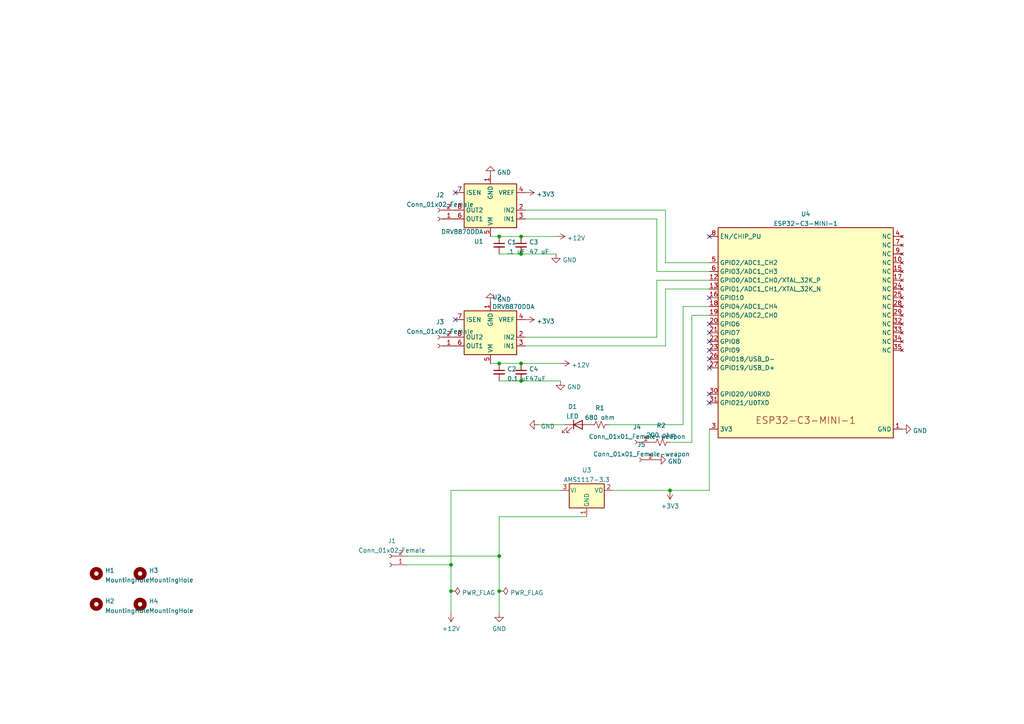
<source format=kicad_sch>
(kicad_sch (version 20211123) (generator eeschema)
  (paper "A4")
  (title_block (title "VS Robot Combat Receiver") (rev "0") (company "Vector Space") (comment 1 "ESP32-C3 with DRV8703 driver"))
  (lib_symbols
    (symbol "Connector:Conn_01x01_Female" (pin_names (offset 1.016) hide)
      (property "Reference" "J" (at 0 2.54 0))
      (property "Value" "Conn_01x01_Female" (at 0 -2.54 0))
      (symbol "Conn_01x01_Female_1_1"
        (polyline (pts (xy -1.27 0) (xy -0.508 0)) (stroke (width 0.1524)))
        (arc (start 0 0.508) (mid -0.508 0) (end 0 -0.508) (stroke (width 0.1524)))
        (pin passive line (at -5.08 0 0) (length 3.81) (name "Pin_1") (number "1"))
      )
    )
    (symbol "Connector:Conn_01x02_Female" (pin_names (offset 1.016) hide)
      (property "Reference" "J" (at 0 2.54 0))
      (property "Value" "Conn_01x02_Female" (at 0 -5.08 0))
      (symbol "Conn_01x02_Female_1_1"
        (arc (start 0 -2.032) (mid -0.508 -2.54) (end 0 -3.048) (stroke (width 0.1524)))
        (polyline (pts (xy -1.27 -2.54) (xy -0.508 -2.54)) (stroke (width 0.1524)))
        (polyline (pts (xy -1.27 0) (xy -0.508 0)) (stroke (width 0.1524)))
        (arc (start 0 0.508) (mid -0.508 0) (end 0 -0.508) (stroke (width 0.1524)))
        (pin passive line (at -5.08 0 0) (length 3.81) (name "Pin_1") (number "1"))
        (pin passive line (at -5.08 -2.54 0) (length 3.81) (name "Pin_2") (number "2"))
      )
    )
    (symbol "Device:C_Small" (pin_numbers hide) (pin_names (offset 0.254) hide)
      (property "Reference" "C" (at 0.254 1.778 0))
      (property "Value" "C_Small" (at 0.254 -2.032 0))
      (symbol "C_Small_0_1"
        (polyline (pts (xy -1.524 -0.508) (xy 1.524 -0.508)) (stroke (width 0.3302)))
        (polyline (pts (xy -1.524 0.508) (xy 1.524 0.508)) (stroke (width 0.3048)))
      )
      (symbol "C_Small_1_1"
        (pin passive line (at 0 2.54 270) (length 2.032) (name "~") (number "1"))
        (pin passive line (at 0 -2.54 90) (length 2.032) (name "~") (number "2"))
      )
    )
    (symbol "Device:LED" (pin_numbers hide) (pin_names (offset 1.016) hide)
      (property "Reference" "D" (at 0 2.54 0))
      (property "Value" "LED" (at 0 -2.54 0))
      (symbol "LED_0_1"
        (polyline (pts (xy -1.27 -1.27) (xy -1.27 1.27)) (stroke (width 0.254)))
        (polyline (pts (xy -1.27 0) (xy 1.27 0)))
        (polyline (pts (xy 1.27 -1.27) (xy 1.27 1.27) (xy -1.27 0) (xy 1.27 -1.27)) (stroke (width 0.254)))
        (polyline (pts (xy -3.048 -0.762) (xy -4.572 -2.286) (xy -3.81 -2.286) (xy -4.572 -2.286) (xy -4.572 -1.524)))
        (polyline (pts (xy -1.778 -0.762) (xy -3.302 -2.286) (xy -2.54 -2.286) (xy -3.302 -2.286) (xy -3.302 -1.524)))
      )
      (symbol "LED_1_1"
        (pin passive line (at -3.81 0 0) (length 2.54) (name "K") (number "1"))
        (pin passive line (at 3.81 0 180) (length 2.54) (name "A") (number "2"))
      )
    )
    (symbol "Device:R_Small_US" (pin_numbers hide) (pin_names (offset 0.254) hide)
      (property "Reference" "R" (at 0.762 0.508 0))
      (property "Value" "R_Small_US" (at 0.762 -1.016 0))
      (symbol "R_Small_US_1_1"
        (polyline (pts (xy 0 0) (xy 1.016 -0.381) (xy 0 -0.762) (xy -1.016 -1.143) (xy 0 -1.524)))
        (polyline (pts (xy 0 1.524) (xy 1.016 1.143) (xy 0 0.762) (xy -1.016 0.381) (xy 0 0)))
        (pin passive line (at 0 2.54 270) (length 1.016) (name "~") (number "1"))
        (pin passive line (at 0 -2.54 90) (length 1.016) (name "~") (number "2"))
      )
    )
    (symbol "Driver_Motor:DRV8870DDA"
      (property "Reference" "U" (at -6.35 6.35 0))
      (property "Value" "DRV8870DDA" (at 8.89 6.35 0))
      (symbol "DRV8870DDA_0_1"
        (rectangle (start -7.62 5.08) (end 7.62 -7.62) (stroke (width 0.254)) (fill (type background)))
      )
      (symbol "DRV8870DDA_1_1"
        (pin power_in line (at 0 -10.16 90) (length 2.54) (name "GND") (number "1"))
        (pin input line (at -10.16 0 0) (length 2.54) (name "IN2") (number "2"))
        (pin input line (at -10.16 2.54 0) (length 2.54) (name "IN1") (number "3"))
        (pin input line (at -10.16 -5.08 0) (length 2.54) (name "VREF") (number "4"))
        (pin power_in line (at 0 7.62 270) (length 2.54) (name "VM") (number "5"))
        (pin output line (at 10.16 2.54 180) (length 2.54) (name "OUT1") (number "6"))
        (pin passive line (at 10.16 -5.08 180) (length 2.54) (name "ISEN") (number "7"))
        (pin output line (at 10.16 0 180) (length 2.54) (name "OUT2") (number "8"))
        (pin passive line (at 0 -10.16 90) (length 2.54) hide (name "GND") (number "9"))
      )
    )
    (symbol "Espressif:ESP32-C3-MINI-1"
      (property "Reference" "U" (at -25.4 35.56 0))
      (property "Value" "ESP32-C3-MINI-1" (at -25.4 33.02 0))
      (symbol "ESP32-C3-MINI-1_0_0"
        (text "ESP32-C3-MINI-1" (at 0 -25.4 0) (effects (font (size 2 2))))
      )
      (symbol "ESP32-C3-MINI-1_0_1"
        (rectangle (start -25.4 30.48) (end 25.4 -30.48) (stroke (width 0.254)) (fill (type background)))
      )
      (symbol "ESP32-C3-MINI-1_1_1"
        (pin power_in line (at 27.94 -27.94 180) (length 2.54) (name "GND") (number "1"))
        (pin no_connect line (at 27.94 20.32 180) (length 2.54) (name "NC") (number "10"))
        (pin bidirectional line (at -27.94 15.24 0) (length 2.54) (name "GPIO0/ADC1_CH0/XTAL_32K_P") (number "12"))
        (pin bidirectional line (at -27.94 12.7 0) (length 2.54) (name "GPIO1/ADC1_CH1/XTAL_32K_N") (number "13"))
        (pin no_connect line (at 27.94 17.78 180) (length 2.54) (name "NC") (number "15"))
        (pin bidirectional line (at -27.94 10.16 0) (length 2.54) (name "GPIO10") (number "16"))
        (pin no_connect line (at 27.94 15.24 180) (length 2.54) (name "NC") (number "17"))
        (pin bidirectional line (at -27.94 7.62 0) (length 2.54) (name "GPIO4/ADC1_CH4") (number "18"))
        (pin bidirectional line (at -27.94 5.08 0) (length 2.54) (name "GPIO5/ADC2_CH0") (number "19"))
        (pin passive line (at 27.94 -27.94 180) (length 2.54) hide (name "GND") (number "2"))
        (pin bidirectional line (at -27.94 2.54 0) (length 2.54) (name "GPIO6") (number "20"))
        (pin bidirectional line (at -27.94 0 0) (length 2.54) (name "GPIO7") (number "21"))
        (pin bidirectional line (at -27.94 -2.54 0) (length 2.54) (name "GPIO8") (number "22"))
        (pin bidirectional line (at -27.94 -5.08 0) (length 2.54) (name "GPIO9") (number "23"))
        (pin no_connect line (at 27.94 12.7 180) (length 2.54) (name "NC") (number "24"))
        (pin no_connect line (at 27.94 10.16 180) (length 2.54) (name "NC") (number "25"))
        (pin bidirectional line (at -27.94 -7.62 0) (length 2.54) (name "GPIO18/USB_D-") (number "26"))
        (pin bidirectional line (at -27.94 -10.16 0) (length 2.54) (name "GPIO19/USB_D+") (number "27"))
        (pin no_connect line (at 27.94 7.62 180) (length 2.54) (name "NC") (number "28"))
        (pin no_connect line (at 27.94 5.08 180) (length 2.54) (name "NC") (number "29"))
        (pin power_in line (at -27.94 -27.94 0) (length 2.54) (name "3V3") (number "3"))
        (pin bidirectional line (at -27.94 -17.78 0) (length 2.54) (name "GPIO20/U0RXD") (number "30"))
        (pin bidirectional line (at -27.94 -20.32 0) (length 2.54) (name "GPIO21/U0TXD") (number "31"))
        (pin no_connect line (at 27.94 2.54 180) (length 2.54) (name "NC") (number "32"))
        (pin no_connect line (at 27.94 0 180) (length 2.54) (name "NC") (number "33"))
        (pin no_connect line (at 27.94 -2.54 180) (length 2.54) (name "NC") (number "34"))
        (pin no_connect line (at 27.94 -5.08 180) (length 2.54) (name "NC") (number "35"))
        (pin passive line (at 27.94 -27.94 180) (length 2.54) hide (name "GND") (number "36"))
        (pin passive line (at 27.94 -27.94 180) (length 2.54) hide (name "GND") (number "37"))
        (pin passive line (at 27.94 -27.94 180) (length 2.54) hide (name "GND") (number "38"))
        (pin passive line (at 27.94 -27.94 180) (length 2.54) hide (name "GND") (number "39"))
        (pin no_connect line (at 27.94 27.94 180) (length 2.54) (name "NC") (number "4"))
        (pin passive line (at 27.94 -27.94 180) (length 2.54) hide (name "GND") (number "40"))
        (pin passive line (at 27.94 -27.94 180) (length 2.54) hide (name "GND") (number "41"))
        (pin passive line (at 27.94 -27.94 180) (length 2.54) hide (name "GND") (number "42"))
        (pin passive line (at 27.94 -27.94 180) (length 2.54) hide (name "GND") (number "43"))
        (pin passive line (at 27.94 -27.94 180) (length 2.54) hide (name "GND") (number "44"))
        (pin passive line (at 27.94 -27.94 180) (length 2.54) hide (name "GND") (number "45"))
        (pin passive line (at 27.94 -27.94 180) (length 2.54) hide (name "GND") (number "46"))
        (pin passive line (at 27.94 -27.94 180) (length 2.54) hide (name "GND") (number "47"))
        (pin passive line (at 27.94 -27.94 180) (length 2.54) hide (name "GND") (number "48"))
        (pin passive line (at 27.94 -27.94 180) (length 2.54) hide (name "GND") (number "49"))
        (pin bidirectional line (at -27.94 20.32 0) (length 2.54) (name "GPIO2/ADC1_CH2") (number "5"))
        (pin passive line (at 27.94 -27.94 180) (length 2.54) hide (name "GND") (number "50"))
        (pin passive line (at 27.94 -27.94 180) (length 2.54) hide (name "GND") (number "51"))
        (pin passive line (at 27.94 -27.94 180) (length 2.54) hide (name "GND") (number "52"))
        (pin passive line (at 27.94 -27.94 180) (length 2.54) hide (name "GND") (number "53"))
        (pin bidirectional line (at -27.94 17.78 0) (length 2.54) (name "GPIO3/ADC1_CH3") (number "6"))
        (pin no_connect line (at 27.94 25.4 180) (length 2.54) (name "NC") (number "7"))
        (pin input line (at -27.94 27.94 0) (length 2.54) (name "EN/CHIP_PU") (number "8"))
        (pin no_connect line (at 27.94 22.86 180) (length 2.54) (name "NC") (number "9"))
      )
    )
    (symbol "Mechanical:MountingHole" (pin_names (offset 1.016))
      (property "Reference" "H" (at 0 5.08 0))
      (property "Value" "MountingHole" (at 0 3.175 0))
      (symbol "MountingHole_0_1"
        (circle (center 0 0) (radius 1.27) (stroke (width 1.27)))
      )
    )
    (symbol "Regulator_Linear:AMS1117-3.3" (pin_names (offset 0.254))
      (property "Reference" "U" (at -3.81 3.175 0))
      (property "Value" "AMS1117-3.3" (at 0 3.175 0))
      (symbol "AMS1117-3.3_0_1"
        (rectangle (start -5.08 -5.08) (end 5.08 1.905) (stroke (width 0.254)) (fill (type background)))
      )
      (symbol "AMS1117-3.3_1_1"
        (pin power_in line (at 0 -7.62 90) (length 2.54) (name "GND") (number "1"))
        (pin power_out line (at 7.62 0 180) (length 2.54) (name "VO") (number "2"))
        (pin power_in line (at -7.62 0 0) (length 2.54) (name "VI") (number "3"))
      )
    )
    (symbol "power:+12V" (power) (pin_names (offset 0))
      (property "Value" "+12V" (at 0 3.556 0))
      (symbol "+12V_0_1"
        (polyline (pts (xy -0.762 1.27) (xy 0 2.54)))
        (polyline (pts (xy 0 0) (xy 0 2.54)))
        (polyline (pts (xy 0 2.54) (xy 0.762 1.27)))
      )
      (symbol "+12V_1_1"
        (pin power_in line (at 0 0 90) (length 0) hide (name "+12V") (number "1"))
      )
    )
    (symbol "power:+3.3V" (power) (pin_names (offset 0))
      (property "Value" "+3.3V" (at 0 3.556 0))
      (symbol "+3.3V_0_1"
        (polyline (pts (xy -0.762 1.27) (xy 0 2.54)))
        (polyline (pts (xy 0 0) (xy 0 2.54)))
        (polyline (pts (xy 0 2.54) (xy 0.762 1.27)))
      )
      (symbol "+3.3V_1_1"
        (pin power_in line (at 0 0 90) (length 0) hide (name "+3V3") (number "1"))
      )
    )
    (symbol "power:GND" (power) (pin_names (offset 0))
      (property "Value" "GND" (at 0 -3.81 0))
      (symbol "GND_0_1"
        (polyline (pts (xy 0 0) (xy 0 -1.27) (xy 1.27 -1.27) (xy 0 -2.54) (xy -1.27 -1.27) (xy 0 -1.27)))
      )
      (symbol "GND_1_1"
        (pin power_in line (at 0 0 270) (length 0) hide (name "GND") (number "1"))
      )
    )
    (symbol "power:PWR_FLAG" (power) (pin_numbers hide) (pin_names (offset 0) hide)
      (property "Value" "PWR_FLAG" (at 0 3.81 0))
      (symbol "PWR_FLAG_0_0"
        (pin power_out line (at 0 0 90) (length 0) (name "pwr") (number "1"))
      )
      (symbol "PWR_FLAG_0_1"
        (polyline (pts (xy 0 0) (xy 0 1.27) (xy -1.016 1.905) (xy 0 2.54) (xy 1.016 1.905) (xy 0 1.27)))
      )
    )
  )
  (junction (at 151.13 73.66))
  (junction (at 151.13 105.41))
  (junction (at 151.13 110.49))
  (junction (at 144.78 68.58))
  (junction (at 130.81 171.45))
  (junction (at 151.13 68.58))
  (junction (at 144.78 105.41))
  (junction (at 144.78 161.29))
  (junction (at 130.81 163.83))
  (junction (at 194.31 142.24))
  (junction (at 144.78 171.45))
  (no_connect (at 205.74 101.6))
  (no_connect (at 205.74 104.14))
  (no_connect (at 205.74 106.68))
  (no_connect (at 205.74 114.3))
  (no_connect (at 205.74 116.84))
  (no_connect (at 205.74 68.58))
  (no_connect (at 205.74 86.36))
  (no_connect (at 205.74 93.98))
  (no_connect (at 205.74 96.52))
  (no_connect (at 205.74 99.06))
  (no_connect (at 132.08 55.88))
  (no_connect (at 132.08 92.71))
  (wire (pts (xy 144.78 110.49) (xy 151.13 110.49)))
  (wire (pts (xy 205.74 91.44) (xy 200.66 91.44)))
  (wire (pts (xy 194.31 142.24) (xy 177.8 142.24)))
  (wire (pts (xy 144.78 73.66) (xy 151.13 73.66)))
  (wire (pts (xy 144.78 149.86) (xy 144.78 161.29)))
  (wire (pts (xy 205.74 142.24) (xy 194.31 142.24)))
  (wire (pts (xy 190.5 63.5) (xy 190.5 78.74)))
  (wire (pts (xy 194.31 128.27) (xy 200.66 128.27)))
  (wire (pts (xy 193.04 76.2) (xy 193.04 60.96)))
  (wire (pts (xy 151.13 105.41) (xy 162.56 105.41)))
  (wire (pts (xy 144.78 161.29) (xy 144.78 171.45)))
  (wire (pts (xy 118.11 163.83) (xy 130.81 163.83)))
  (wire (pts (xy 205.74 88.9) (xy 198.12 88.9)))
  (wire (pts (xy 190.5 81.28) (xy 190.5 97.79)))
  (wire (pts (xy 200.66 91.44) (xy 200.66 128.27)))
  (wire (pts (xy 144.78 171.45) (xy 144.78 177.8)))
  (wire (pts (xy 130.81 163.83) (xy 130.81 171.45)))
  (wire (pts (xy 198.12 123.19) (xy 176.53 123.19)))
  (wire (pts (xy 170.18 149.86) (xy 144.78 149.86)))
  (wire (pts (xy 144.78 105.41) (xy 151.13 105.41)))
  (wire (pts (xy 193.04 83.82) (xy 193.04 100.33)))
  (wire (pts (xy 151.13 110.49) (xy 162.56 110.49)))
  (wire (pts (xy 142.24 68.58) (xy 144.78 68.58)))
  (wire (pts (xy 130.81 171.45) (xy 130.81 177.8)))
  (wire (pts (xy 156.21 123.19) (xy 163.83 123.19)))
  (wire (pts (xy 193.04 60.96) (xy 152.4 60.96)))
  (wire (pts (xy 162.56 142.24) (xy 130.81 142.24)))
  (wire (pts (xy 205.74 83.82) (xy 193.04 83.82)))
  (wire (pts (xy 144.78 68.58) (xy 151.13 68.58)))
  (wire (pts (xy 198.12 88.9) (xy 198.12 123.19)))
  (wire (pts (xy 152.4 100.33) (xy 193.04 100.33)))
  (wire (pts (xy 190.5 97.79) (xy 152.4 97.79)))
  (wire (pts (xy 130.81 142.24) (xy 130.81 163.83)))
  (wire (pts (xy 118.11 161.29) (xy 144.78 161.29)))
  (wire (pts (xy 152.4 63.5) (xy 190.5 63.5)))
  (wire (pts (xy 205.74 76.2) (xy 193.04 76.2)))
  (wire (pts (xy 151.13 68.58) (xy 161.29 68.58)))
  (wire (pts (xy 142.24 105.41) (xy 144.78 105.41)))
  (wire (pts (xy 205.74 124.46) (xy 205.74 142.24)))
  (wire (pts (xy 190.5 78.74) (xy 205.74 78.74)))
  (wire (pts (xy 151.13 73.66) (xy 161.29 73.66)))
  (wire (pts (xy 205.74 81.28) (xy 190.5 81.28)))
  (symbol (lib_id "power:PWR_FLAG") (at 130.81 171.45 270) (unit 1)
    (property "Reference" "#FLG01" (effects hide))
    (property "Value" "PWR_FLAG" (at 133.985 171.929 90) (effects (justify left)))
  )
  (symbol (lib_id "Mechanical:MountingHole") (at 27.94 166.37 0) (unit 1)
    (property "Reference" "H1" (at 30.48 165.4615 0) (effects (justify left)))
    (property "Value" "MountingHole" (at 30.48 168.2366 0) (effects (justify left)))
    (property "Footprint" "MountingHole:MountingHole_3.2mm_M3" (effects hide))
  )
  (symbol (lib_id "power:+3.3V") (at 152.4 55.88 270) (unit 1)
    (property "Reference" "#PWR05" (effects hide))
    (property "Value" "+3.3V" (at 155.575 56.359 90) (effects (justify left)))
  )
  (symbol (lib_id "power:GND") (at 142.24 50.8 180) (unit 1)
    (property "Reference" "#PWR02" (effects hide))
    (property "Value" "GND" (at 144.145 50.009 0) (effects (justify right)))
  )
  (symbol (lib_id "power:+3.3V") (at 152.4 92.71 270) (unit 1)
    (property "Reference" "#PWR06" (effects hide))
    (property "Value" "+3.3V" (at 155.575 93.189 90) (effects (justify left)))
  )
  (symbol (lib_id "Device:LED") (at 167.64 123.19 0) (unit 1)
    (property "Reference" "D1" (at 166.0525 117.9535 0))
    (property "Value" "LED" (at 166.0525 120.7286 0))
    (property "Footprint" "LED_SMD:LED_0805_2012Metric_Pad1.15x1.40mm_HandSolder" (effects hide))
  )
  (symbol (lib_id "power:GND") (at 261.62 124.46 90) (unit 1)
    (property "Reference" "#PWR013" (effects hide))
    (property "Value" "GND" (at 264.795 124.939 90) (effects (justify right)))
  )
  (symbol (lib_id "Device:R_Small_US") (at 173.99 123.19 270) (unit 1)
    (property "Reference" "R1" (at 173.99 118.3345 90))
    (property "Value" "680 ohm" (at 173.99 121.1096 90))
    (property "Footprint" "Resistor_SMD:R_0805_2012Metric_Pad1.20x1.40mm_HandSolder" (effects hide))
  )
  (symbol (lib_id "power:+12V") (at 130.81 177.8 180) (unit 1)
    (property "Reference" "#PWR01" (effects hide))
    (property "Value" "+12V" (at 130.81 182.3625 0))
  )
  (symbol (lib_id "Device:C_Small") (at 151.13 71.12 0) (unit 1)
    (property "Reference" "C3" (at 153.4541 70.2178 0) (effects (justify left)))
    (property "Value" "47 uF" (at 153.4541 72.9929 0) (effects (justify left)))
    (property "Footprint" "Capacitor_SMD:C_0805_2012Metric_Pad1.18x1.45mm_HandSolder" (effects hide))
  )
  (symbol (lib_id "power:+12V") (at 162.56 105.41 270) (unit 1)
    (property "Reference" "#PWR010" (effects hide))
    (property "Value" "+12V" (at 165.735 105.889 90) (effects (justify left)))
  )
  (symbol (lib_id "Regulator_Linear:AMS1117-3.3") (at 170.18 142.24 0) (unit 1)
    (property "Reference" "U3" (at 170.18 136.3685 0))
    (property "Value" "AMS1117-3.3" (at 170.18 139.1436 0))
    (property "Footprint" "Package_TO_SOT_SMD:SOT-223-3_TabPin2" (effects hide))
    (property "Datasheet" "http://www.advanced-monolithic.com/pdf/ds1117.pdf" (effects hide))
  )
  (symbol (lib_id "Device:R_Small_US") (at 191.77 128.27 270) (unit 1)
    (property "Reference" "R2" (at 191.77 123.4145 90))
    (property "Value" "200 ohm" (at 191.77 126.1896 90))
    (property "Footprint" "Resistor_SMD:R_0805_2012Metric_Pad1.20x1.40mm_HandSolder" (effects hide))
  )
  (symbol (lib_id "Espressif:ESP32-C3-MINI-1") (at 233.68 96.52 0) (unit 1)
    (property "Reference" "U4" (at 233.68 62.0735 0))
    (property "Value" "ESP32-C3-MINI-1" (at 233.68 64.8486 0))
    (property "Footprint" "Espressif:ESP32-C3" (effects hide))
    (property "Datasheet" "https://www.espressif.com/sites/default/files/documentation/esp32-c3-mini-1_datasheet_en.pdf" (effects hide))
  )
  (symbol (lib_id "Connector:Conn_01x02_Female") (at 127 63.5 180) (unit 1)
    (property "Reference" "J2" (at 127.635 56.5363 0))
    (property "Value" "Conn_01x02_Female" (at 127.635 59.3114 0))
    (property "Footprint" "Connector_PinSocket_2.54mm:PinSocket_1x02_P2.54mm_Vertical" (effects hide))
  )
  (symbol (lib_id "power:GND") (at 190.5 133.35 90) (unit 1)
    (property "Reference" "#PWR014" (effects hide))
    (property "Value" "GND" (at 193.675 133.829 90) (effects (justify right)))
  )
  (symbol (lib_id "Mechanical:MountingHole") (at 27.94 175.26 0) (unit 1)
    (property "Reference" "H2" (at 30.48 174.3515 0) (effects (justify left)))
    (property "Value" "MountingHole" (at 30.48 177.1266 0) (effects (justify left)))
    (property "Footprint" "MountingHole:MountingHole_3.2mm_M3" (effects hide))
  )
  (symbol (lib_id "power:+3.3V") (at 194.31 142.24 180) (unit 1)
    (property "Reference" "#PWR012" (effects hide))
    (property "Value" "+3.3V" (at 194.31 146.8025 0))
  )
  (symbol (lib_id "power:GND") (at 161.29 73.66 0) (unit 1)
    (property "Reference" "#PWR09" (effects hide))
    (property "Value" "GND" (at 163.195 75.409 0) (effects (justify left)))
  )
  (symbol (lib_id "Connector:Conn_01x01_Female") (at 185.42 133.35 180) (unit 1)
    (property "Reference" "J5" (at 186.055 128.9263 0))
    (property "Value" "Conn_01x01_Female-weapon" (at 186.055 131.7014 0))
    (property "Footprint" "Connector_PinSocket_2.54mm:PinSocket_1x01_P2.54mm_Vertical" (effects hide))
  )
  (symbol (lib_id "power:GND") (at 156.21 123.19 270) (unit 1)
    (property "Reference" "#PWR07" (effects hide))
    (property "Value" "GND" (at 156.845 123.669 90) (effects (justify left)))
  )
  (symbol (lib_id "power:+12V") (at 161.29 68.58 270) (unit 1)
    (property "Reference" "#PWR08" (effects hide))
    (property "Value" "+12V" (at 164.465 69.059 90) (effects (justify left)))
  )
  (symbol (lib_id "Driver_Motor:DRV8870DDA") (at 142.24 97.79 180) (unit 1)
    (property "Reference" "U2" (at 142.7606 86.2035 0) (effects (justify right)))
    (property "Value" "DRV8870DDA" (at 142.7606 88.9786 0) (effects (justify right)))
    (property "Footprint" "Package_SO:Texas_HTSOP-8-1EP_3.9x4.9mm_P1.27mm_EP2.95x4.9mm_Mask2.4x3.1mm_ThermalVias" (effects hide))
    (property "Datasheet" "http://www.ti.com/lit/ds/symlink/drv8870.pdf" (effects hide))
  )
  (symbol (lib_id "power:GND") (at 142.24 87.63 180) (unit 1)
    (property "Reference" "#PWR03" (effects hide))
    (property "Value" "GND" (at 144.145 86.839 0) (effects (justify right)))
  )
  (symbol (lib_id "Mechanical:MountingHole") (at 40.64 166.37 0) (unit 1)
    (property "Reference" "H3" (at 43.18 165.4615 0) (effects (justify left)))
    (property "Value" "MountingHole" (at 43.18 168.2366 0) (effects (justify left)))
    (property "Footprint" "MountingHole:MountingHole_3.2mm_M3" (effects hide))
  )
  (symbol (lib_id "Connector:Conn_01x02_Female") (at 113.03 163.83 180) (unit 1)
    (property "Reference" "J1" (at 113.665 156.8663 0))
    (property "Value" "Conn_01x02_Female" (at 113.665 159.6414 0))
    (property "Footprint" "Connector_PinSocket_2.54mm:PinSocket_1x02_P2.54mm_Vertical" (effects hide))
  )
  (symbol (lib_id "Connector:Conn_01x01_Female") (at 184.15 128.27 180) (unit 1)
    (property "Reference" "J4" (at 184.785 123.8463 0))
    (property "Value" "Conn_01x01_Female-weapon" (at 184.785 126.6214 0))
    (property "Footprint" "Connector_PinSocket_2.54mm:PinSocket_1x01_P2.54mm_Vertical" (effects hide))
  )
  (symbol (lib_id "Connector:Conn_01x02_Female") (at 127 100.33 180) (unit 1)
    (property "Reference" "J3" (at 127.635 93.3663 0))
    (property "Value" "Conn_01x02_Female" (at 127.635 96.1414 0))
    (property "Footprint" "Connector_PinSocket_2.54mm:PinSocket_1x02_P2.54mm_Vertical" (effects hide))
  )
  (symbol (lib_id "power:PWR_FLAG") (at 144.78 171.45 270) (unit 1)
    (property "Reference" "#FLG0101" (effects hide))
    (property "Value" "PWR_FLAG" (at 147.955 171.929 90) (effects (justify left)))
  )
  (symbol (lib_id "Device:C_Small") (at 151.13 107.95 0) (unit 1)
    (property "Reference" "C4" (at 153.4541 107.0478 0) (effects (justify left)))
    (property "Value" "47uF" (at 153.4541 109.8229 0) (effects (justify left)))
    (property "Footprint" "Capacitor_SMD:C_0805_2012Metric_Pad1.18x1.45mm_HandSolder" (effects hide))
  )
  (symbol (lib_id "Driver_Motor:DRV8870DDA") (at 142.24 60.96 180) (unit 1)
    (property "Reference" "U1" (at 140.2206 70.0065 0) (effects (justify left)))
    (property "Value" "DRV8870DDA" (at 140.2206 67.2314 0) (effects (justify left)))
    (property "Footprint" "Package_SO:Texas_HTSOP-8-1EP_3.9x4.9mm_P1.27mm_EP2.95x4.9mm_Mask2.4x3.1mm_ThermalVias" (effects hide))
    (property "Datasheet" "http://www.ti.com/lit/ds/symlink/drv8870.pdf" (effects hide))
  )
  (symbol (lib_id "Device:C_Small") (at 144.78 71.12 0) (unit 1)
    (property "Reference" "C1" (at 147.1041 70.2178 0) (effects (justify left)))
    (property "Value" ".1 uF" (at 147.1041 72.9929 0) (effects (justify left)))
    (property "Footprint" "Capacitor_SMD:C_0805_2012Metric_Pad1.18x1.45mm_HandSolder" (effects hide))
  )
  (symbol (lib_id "Mechanical:MountingHole") (at 40.64 175.26 0) (unit 1)
    (property "Reference" "H4" (at 43.18 174.3515 0) (effects (justify left)))
    (property "Value" "MountingHole" (at 43.18 177.1266 0) (effects (justify left)))
    (property "Footprint" "MountingHole:MountingHole_3.2mm_M3" (effects hide))
  )
  (symbol (lib_id "power:GND") (at 144.78 177.8 0) (unit 1)
    (property "Reference" "#PWR04" (effects hide))
    (property "Value" "GND" (at 144.78 182.3625 0))
  )
  (symbol (lib_id "Device:C_Small") (at 144.78 107.95 0) (unit 1)
    (property "Reference" "C2" (at 147.1041 107.0478 0) (effects (justify left)))
    (property "Value" "0.1 uF" (at 147.1041 109.8229 0) (effects (justify left)))
    (property "Footprint" "Capacitor_SMD:C_0805_2012Metric_Pad1.18x1.45mm_HandSolder" (effects hide))
  )
  (symbol (lib_id "power:GND") (at 162.56 110.49 0) (unit 1)
    (property "Reference" "#PWR011" (effects hide))
    (property "Value" "GND" (at 164.465 112.239 0) (effects (justify left)))
  )
)
</source>
